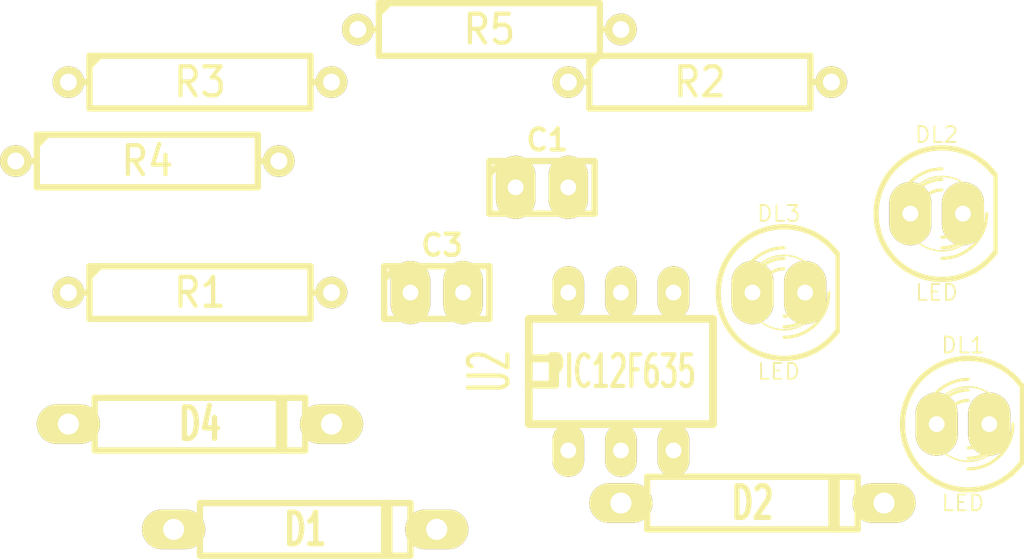
<source format=kicad_pcb>
(kicad_pcb (version 3) (host pcbnew "(2013-07-07 BZR 4022)-stable")

  (general
    (links 10)
    (no_connects 10)
    (area 0 0 0 0)
    (thickness 1.6)
    (drawings 0)
    (tracks 0)
    (zones 0)
    (modules 14)
    (nets 17)
  )

  (page A3)
  (layers
    (15 F.Cu signal)
    (0 B.Cu signal)
    (16 B.Adhes user)
    (17 F.Adhes user)
    (18 B.Paste user)
    (19 F.Paste user)
    (20 B.SilkS user)
    (21 F.SilkS user)
    (22 B.Mask user)
    (23 F.Mask user)
    (24 Dwgs.User user)
    (25 Cmts.User user)
    (26 Eco1.User user)
    (27 Eco2.User user)
    (28 Edge.Cuts user)
  )

  (setup
    (last_trace_width 0.254)
    (trace_clearance 0.254)
    (zone_clearance 0.508)
    (zone_45_only no)
    (trace_min 0.254)
    (segment_width 0.2)
    (edge_width 0.15)
    (via_size 0.889)
    (via_drill 0.635)
    (via_min_size 0.889)
    (via_min_drill 0.508)
    (uvia_size 0.508)
    (uvia_drill 0.127)
    (uvias_allowed no)
    (uvia_min_size 0.508)
    (uvia_min_drill 0.127)
    (pcb_text_width 0.3)
    (pcb_text_size 1.5 1.5)
    (mod_edge_width 0.15)
    (mod_text_size 1.5 1.5)
    (mod_text_width 0.15)
    (pad_size 1.524 1.524)
    (pad_drill 0.762)
    (pad_to_mask_clearance 0.2)
    (aux_axis_origin 0 0)
    (visible_elements FFFFFFBF)
    (pcbplotparams
      (layerselection 3178497)
      (usegerberextensions true)
      (excludeedgelayer true)
      (linewidth 0.100000)
      (plotframeref false)
      (viasonmask false)
      (mode 1)
      (useauxorigin false)
      (hpglpennumber 1)
      (hpglpenspeed 20)
      (hpglpendiameter 15)
      (hpglpenoverlay 2)
      (psnegative false)
      (psa4output false)
      (plotreference true)
      (plotvalue true)
      (plotothertext true)
      (plotinvisibletext false)
      (padsonsilk false)
      (subtractmaskfromsilk false)
      (outputformat 1)
      (mirror false)
      (drillshape 1)
      (scaleselection 1)
      (outputdirectory ""))
  )

  (net 0 "")
  (net 1 +12V)
  (net 2 +5V)
  (net 3 /Out)
  (net 4 GND)
  (net 5 ICSPCLK)
  (net 6 N-000001)
  (net 7 N-0000010)
  (net 8 N-0000011)
  (net 9 N-0000012)
  (net 10 N-0000018)
  (net 11 N-0000019)
  (net 12 N-000002)
  (net 13 N-0000023)
  (net 14 N-000007)
  (net 15 N-000009)
  (net 16 VPP/MCLR)

  (net_class Default "This is the default net class."
    (clearance 0.254)
    (trace_width 0.254)
    (via_dia 0.889)
    (via_drill 0.635)
    (uvia_dia 0.508)
    (uvia_drill 0.127)
    (add_net "")
    (add_net +12V)
    (add_net +5V)
    (add_net /Out)
    (add_net GND)
    (add_net ICSPCLK)
    (add_net N-000001)
    (add_net N-0000010)
    (add_net N-0000011)
    (add_net N-0000012)
    (add_net N-0000018)
    (add_net N-0000019)
    (add_net N-000002)
    (add_net N-0000023)
    (add_net N-000007)
    (add_net N-000009)
    (add_net VPP/MCLR)
  )

  (module R5 (layer F.Cu) (tedit 200000) (tstamp 547A0472)
    (at 163.83 106.68)
    (descr "Resistance 5 pas")
    (tags R)
    (path /5479D629)
    (autoplace_cost180 10)
    (fp_text reference R2 (at 0 0) (layer F.SilkS)
      (effects (font (size 1.397 1.27) (thickness 0.2032)))
    )
    (fp_text value 100K (at 0 0) (layer F.SilkS) hide
      (effects (font (size 1.397 1.27) (thickness 0.2032)))
    )
    (fp_line (start -6.35 0) (end -5.334 0) (layer F.SilkS) (width 0.3048))
    (fp_line (start 6.35 0) (end 5.334 0) (layer F.SilkS) (width 0.3048))
    (fp_line (start 5.334 -1.27) (end 5.334 1.27) (layer F.SilkS) (width 0.3048))
    (fp_line (start 5.334 1.27) (end -5.334 1.27) (layer F.SilkS) (width 0.3048))
    (fp_line (start -5.334 1.27) (end -5.334 -1.27) (layer F.SilkS) (width 0.3048))
    (fp_line (start -5.334 -1.27) (end 5.334 -1.27) (layer F.SilkS) (width 0.3048))
    (fp_line (start -5.334 -0.762) (end -4.826 -1.27) (layer F.SilkS) (width 0.3048))
    (pad 1 thru_hole circle (at -6.35 0) (size 1.524 1.524) (drill 0.8128)
      (layers *.Cu *.Mask F.SilkS)
      (net 9 N-0000012)
    )
    (pad 2 thru_hole circle (at 6.35 0) (size 1.524 1.524) (drill 0.8128)
      (layers *.Cu *.Mask F.SilkS)
      (net 4 GND)
    )
    (model discret/resistor.wrl
      (at (xyz 0 0 0))
      (scale (xyz 0.5 0.5 0.5))
      (rotate (xyz 0 0 0))
    )
  )

  (module R5 (layer F.Cu) (tedit 200000) (tstamp 547A047F)
    (at 139.7 116.84)
    (descr "Resistance 5 pas")
    (tags R)
    (path /5479D383)
    (autoplace_cost180 10)
    (fp_text reference R1 (at 0 0) (layer F.SilkS)
      (effects (font (size 1.397 1.27) (thickness 0.2032)))
    )
    (fp_text value 27K (at 0 0) (layer F.SilkS) hide
      (effects (font (size 1.397 1.27) (thickness 0.2032)))
    )
    (fp_line (start -6.35 0) (end -5.334 0) (layer F.SilkS) (width 0.3048))
    (fp_line (start 6.35 0) (end 5.334 0) (layer F.SilkS) (width 0.3048))
    (fp_line (start 5.334 -1.27) (end 5.334 1.27) (layer F.SilkS) (width 0.3048))
    (fp_line (start 5.334 1.27) (end -5.334 1.27) (layer F.SilkS) (width 0.3048))
    (fp_line (start -5.334 1.27) (end -5.334 -1.27) (layer F.SilkS) (width 0.3048))
    (fp_line (start -5.334 -1.27) (end 5.334 -1.27) (layer F.SilkS) (width 0.3048))
    (fp_line (start -5.334 -0.762) (end -4.826 -1.27) (layer F.SilkS) (width 0.3048))
    (pad 1 thru_hole circle (at -6.35 0) (size 1.524 1.524) (drill 0.8128)
      (layers *.Cu *.Mask F.SilkS)
      (net 8 N-0000011)
    )
    (pad 2 thru_hole circle (at 6.35 0) (size 1.524 1.524) (drill 0.8128)
      (layers *.Cu *.Mask F.SilkS)
      (net 9 N-0000012)
    )
    (model discret/resistor.wrl
      (at (xyz 0 0 0))
      (scale (xyz 0.5 0.5 0.5))
      (rotate (xyz 0 0 0))
    )
  )

  (module R5 (layer F.Cu) (tedit 200000) (tstamp 547A048C)
    (at 139.7 106.68)
    (descr "Resistance 5 pas")
    (tags R)
    (path /5399FA94)
    (autoplace_cost180 10)
    (fp_text reference R3 (at 0 0) (layer F.SilkS)
      (effects (font (size 1.397 1.27) (thickness 0.2032)))
    )
    (fp_text value 25K (at 0 0) (layer F.SilkS) hide
      (effects (font (size 1.397 1.27) (thickness 0.2032)))
    )
    (fp_line (start -6.35 0) (end -5.334 0) (layer F.SilkS) (width 0.3048))
    (fp_line (start 6.35 0) (end 5.334 0) (layer F.SilkS) (width 0.3048))
    (fp_line (start 5.334 -1.27) (end 5.334 1.27) (layer F.SilkS) (width 0.3048))
    (fp_line (start 5.334 1.27) (end -5.334 1.27) (layer F.SilkS) (width 0.3048))
    (fp_line (start -5.334 1.27) (end -5.334 -1.27) (layer F.SilkS) (width 0.3048))
    (fp_line (start -5.334 -1.27) (end 5.334 -1.27) (layer F.SilkS) (width 0.3048))
    (fp_line (start -5.334 -0.762) (end -4.826 -1.27) (layer F.SilkS) (width 0.3048))
    (pad 1 thru_hole circle (at -6.35 0) (size 1.524 1.524) (drill 0.8128)
      (layers *.Cu *.Mask F.SilkS)
      (net 2 +5V)
    )
    (pad 2 thru_hole circle (at 6.35 0) (size 1.524 1.524) (drill 0.8128)
      (layers *.Cu *.Mask F.SilkS)
      (net 16 VPP/MCLR)
    )
    (model discret/resistor.wrl
      (at (xyz 0 0 0))
      (scale (xyz 0.5 0.5 0.5))
      (rotate (xyz 0 0 0))
    )
  )

  (module R5 (layer F.Cu) (tedit 200000) (tstamp 547A0499)
    (at 137.16 110.49)
    (descr "Resistance 5 pas")
    (tags R)
    (path /545FA190)
    (autoplace_cost180 10)
    (fp_text reference R4 (at 0 0) (layer F.SilkS)
      (effects (font (size 1.397 1.27) (thickness 0.2032)))
    )
    (fp_text value 470 (at 0 0) (layer F.SilkS) hide
      (effects (font (size 1.397 1.27) (thickness 0.2032)))
    )
    (fp_line (start -6.35 0) (end -5.334 0) (layer F.SilkS) (width 0.3048))
    (fp_line (start 6.35 0) (end 5.334 0) (layer F.SilkS) (width 0.3048))
    (fp_line (start 5.334 -1.27) (end 5.334 1.27) (layer F.SilkS) (width 0.3048))
    (fp_line (start 5.334 1.27) (end -5.334 1.27) (layer F.SilkS) (width 0.3048))
    (fp_line (start -5.334 1.27) (end -5.334 -1.27) (layer F.SilkS) (width 0.3048))
    (fp_line (start -5.334 -1.27) (end 5.334 -1.27) (layer F.SilkS) (width 0.3048))
    (fp_line (start -5.334 -0.762) (end -4.826 -1.27) (layer F.SilkS) (width 0.3048))
    (pad 1 thru_hole circle (at -6.35 0) (size 1.524 1.524) (drill 0.8128)
      (layers *.Cu *.Mask F.SilkS)
      (net 12 N-000002)
    )
    (pad 2 thru_hole circle (at 6.35 0) (size 1.524 1.524) (drill 0.8128)
      (layers *.Cu *.Mask F.SilkS)
      (net 3 /Out)
    )
    (model discret/resistor.wrl
      (at (xyz 0 0 0))
      (scale (xyz 0.5 0.5 0.5))
      (rotate (xyz 0 0 0))
    )
  )

  (module R5 (layer F.Cu) (tedit 200000) (tstamp 547A04A6)
    (at 153.67 104.14)
    (descr "Resistance 5 pas")
    (tags R)
    (path /54797C73)
    (autoplace_cost180 10)
    (fp_text reference R5 (at 0 0) (layer F.SilkS)
      (effects (font (size 1.397 1.27) (thickness 0.2032)))
    )
    (fp_text value 470K (at 0 0) (layer F.SilkS) hide
      (effects (font (size 1.397 1.27) (thickness 0.2032)))
    )
    (fp_line (start -6.35 0) (end -5.334 0) (layer F.SilkS) (width 0.3048))
    (fp_line (start 6.35 0) (end 5.334 0) (layer F.SilkS) (width 0.3048))
    (fp_line (start 5.334 -1.27) (end 5.334 1.27) (layer F.SilkS) (width 0.3048))
    (fp_line (start 5.334 1.27) (end -5.334 1.27) (layer F.SilkS) (width 0.3048))
    (fp_line (start -5.334 1.27) (end -5.334 -1.27) (layer F.SilkS) (width 0.3048))
    (fp_line (start -5.334 -1.27) (end 5.334 -1.27) (layer F.SilkS) (width 0.3048))
    (fp_line (start -5.334 -0.762) (end -4.826 -1.27) (layer F.SilkS) (width 0.3048))
    (pad 1 thru_hole circle (at -6.35 0) (size 1.524 1.524) (drill 0.8128)
      (layers *.Cu *.Mask F.SilkS)
      (net 13 N-0000023)
    )
    (pad 2 thru_hole circle (at 6.35 0) (size 1.524 1.524) (drill 0.8128)
      (layers *.Cu *.Mask F.SilkS)
      (net 10 N-0000018)
    )
    (model discret/resistor.wrl
      (at (xyz 0 0 0))
      (scale (xyz 0.5 0.5 0.5))
      (rotate (xyz 0 0 0))
    )
  )

  (module Ln_DIP-6_300 (layer F.Cu) (tedit 5479F6D3) (tstamp 547A04B7)
    (at 160.02 120.65)
    (descr "6 pins DIL package, round pads")
    (tags DIL)
    (path /53664521)
    (fp_text reference U2 (at -6.35 0 90) (layer F.SilkS)
      (effects (font (size 1.905 1.016) (thickness 0.2032)))
    )
    (fp_text value PIC12F635 (at 0 0) (layer F.SilkS)
      (effects (font (size 1.524 0.889) (thickness 0.2032)))
    )
    (fp_line (start -4.445 -2.54) (end 4.445 -2.54) (layer F.SilkS) (width 0.381))
    (fp_line (start 4.445 -2.54) (end 4.445 2.54) (layer F.SilkS) (width 0.381))
    (fp_line (start 4.445 2.54) (end -4.445 2.54) (layer F.SilkS) (width 0.381))
    (fp_line (start -4.445 2.54) (end -4.445 -2.54) (layer F.SilkS) (width 0.381))
    (fp_line (start -4.445 -0.635) (end -3.175 -0.635) (layer F.SilkS) (width 0.381))
    (fp_line (start -3.175 -0.635) (end -3.175 0.635) (layer F.SilkS) (width 0.381))
    (fp_line (start -3.175 0.635) (end -4.445 0.635) (layer F.SilkS) (width 0.381))
    (pad 1 thru_hole oval (at -2.54 3.81) (size 1.524 2.54) (drill 0.762)
      (layers *.Mask B.Cu F.SilkS)
      (net 2 +5V)
    )
    (pad 2 thru_hole oval (at 0 3.81) (size 1.524 2.54) (drill 0.762)
      (layers *.Mask B.Cu F.SilkS)
      (net 10 N-0000018)
    )
    (pad 3 thru_hole oval (at 2.54 3.81) (size 1.524 2.54) (drill 0.762)
      (layers *.Mask B.Cu F.SilkS)
      (net 3 /Out)
    )
    (pad 4 thru_hole oval (at 2.54 -3.81) (size 1.524 2.54) (drill 0.762)
      (layers *.Mask B.Cu F.SilkS)
      (net 16 VPP/MCLR)
    )
    (pad 5 thru_hole oval (at 0 -3.81) (size 1.524 2.54) (drill 0.762)
      (layers *.Mask B.Cu F.SilkS)
      (net 11 N-0000019)
    )
    (pad 6 thru_hole oval (at -2.54 -3.81) (size 1.524 2.54) (drill 0.762)
      (layers *.Mask B.Cu F.SilkS)
      (net 5 ICSPCLK)
    )
    (model dil/dil_6.wrl
      (at (xyz 0 0 0))
      (scale (xyz 1 1 1))
      (rotate (xyz 0 0 0))
    )
  )

  (module LED-5MM (layer F.Cu) (tedit 5479F8FD) (tstamp 547A04C6)
    (at 167.64 116.84)
    (descr "LED 5mm - Lead pitch 100mil (2,54mm)")
    (tags "LED led 5mm 5MM 100mil 2,54mm")
    (path /54797C66)
    (fp_text reference DL3 (at 0 -3.81) (layer F.SilkS)
      (effects (font (size 0.762 0.762) (thickness 0.0889)))
    )
    (fp_text value LED (at 0 3.81) (layer F.SilkS)
      (effects (font (size 0.762 0.762) (thickness 0.0889)))
    )
    (fp_line (start 2.8448 1.905) (end 2.8448 -1.905) (layer F.SilkS) (width 0.2032))
    (fp_circle (center 0.254 0) (end -1.016 1.27) (layer F.SilkS) (width 0.0762))
    (fp_arc (start 0.254 0) (end 2.794 1.905) (angle 286.2) (layer F.SilkS) (width 0.254))
    (fp_arc (start 0.254 0) (end -0.889 0) (angle 90) (layer F.SilkS) (width 0.1524))
    (fp_arc (start 0.254 0) (end 1.397 0) (angle 90) (layer F.SilkS) (width 0.1524))
    (fp_arc (start 0.254 0) (end -1.397 0) (angle 90) (layer F.SilkS) (width 0.1524))
    (fp_arc (start 0.254 0) (end 1.905 0) (angle 90) (layer F.SilkS) (width 0.1524))
    (fp_arc (start 0.254 0) (end -1.905 0) (angle 90) (layer F.SilkS) (width 0.1524))
    (fp_arc (start 0.254 0) (end 2.413 0) (angle 90) (layer F.SilkS) (width 0.1524))
    (pad 1 thru_hole oval (at -1.27 0) (size 2.032 3.048) (drill 0.762)
      (layers *.Mask B.Cu F.SilkS)
      (net 13 N-0000023)
      (die_length 0.762)
    )
    (pad 2 thru_hole oval (at 1.27 0) (size 2.032 3.048) (drill 0.762)
      (layers *.Mask B.Cu F.SilkS)
      (net 4 GND)
    )
    (model discret/leds/led5_vertical_verde.wrl
      (at (xyz 0 0 0))
      (scale (xyz 1 1 1))
      (rotate (xyz 0 0 0))
    )
  )

  (module LED-5MM (layer F.Cu) (tedit 5479F8FD) (tstamp 547A04D5)
    (at 175.26 113.03)
    (descr "LED 5mm - Lead pitch 100mil (2,54mm)")
    (tags "LED led 5mm 5MM 100mil 2,54mm")
    (path /5479CA5E)
    (fp_text reference DL2 (at 0 -3.81) (layer F.SilkS)
      (effects (font (size 0.762 0.762) (thickness 0.0889)))
    )
    (fp_text value LED (at 0 3.81) (layer F.SilkS)
      (effects (font (size 0.762 0.762) (thickness 0.0889)))
    )
    (fp_line (start 2.8448 1.905) (end 2.8448 -1.905) (layer F.SilkS) (width 0.2032))
    (fp_circle (center 0.254 0) (end -1.016 1.27) (layer F.SilkS) (width 0.0762))
    (fp_arc (start 0.254 0) (end 2.794 1.905) (angle 286.2) (layer F.SilkS) (width 0.254))
    (fp_arc (start 0.254 0) (end -0.889 0) (angle 90) (layer F.SilkS) (width 0.1524))
    (fp_arc (start 0.254 0) (end 1.397 0) (angle 90) (layer F.SilkS) (width 0.1524))
    (fp_arc (start 0.254 0) (end -1.397 0) (angle 90) (layer F.SilkS) (width 0.1524))
    (fp_arc (start 0.254 0) (end 1.905 0) (angle 90) (layer F.SilkS) (width 0.1524))
    (fp_arc (start 0.254 0) (end -1.905 0) (angle 90) (layer F.SilkS) (width 0.1524))
    (fp_arc (start 0.254 0) (end 2.413 0) (angle 90) (layer F.SilkS) (width 0.1524))
    (pad 1 thru_hole oval (at -1.27 0) (size 2.032 3.048) (drill 0.762)
      (layers *.Mask B.Cu F.SilkS)
      (net 12 N-000002)
      (die_length 0.762)
    )
    (pad 2 thru_hole oval (at 1.27 0) (size 2.032 3.048) (drill 0.762)
      (layers *.Mask B.Cu F.SilkS)
      (net 6 N-000001)
    )
    (model discret/leds/led5_vertical_verde.wrl
      (at (xyz 0 0 0))
      (scale (xyz 1 1 1))
      (rotate (xyz 0 0 0))
    )
  )

  (module LED-5MM (layer F.Cu) (tedit 5479F8FD) (tstamp 547A04E4)
    (at 176.53 123.19)
    (descr "LED 5mm - Lead pitch 100mil (2,54mm)")
    (tags "LED led 5mm 5MM 100mil 2,54mm")
    (path /5479CADB)
    (fp_text reference DL1 (at 0 -3.81) (layer F.SilkS)
      (effects (font (size 0.762 0.762) (thickness 0.0889)))
    )
    (fp_text value LED (at 0 3.81) (layer F.SilkS)
      (effects (font (size 0.762 0.762) (thickness 0.0889)))
    )
    (fp_line (start 2.8448 1.905) (end 2.8448 -1.905) (layer F.SilkS) (width 0.2032))
    (fp_circle (center 0.254 0) (end -1.016 1.27) (layer F.SilkS) (width 0.0762))
    (fp_arc (start 0.254 0) (end 2.794 1.905) (angle 286.2) (layer F.SilkS) (width 0.254))
    (fp_arc (start 0.254 0) (end -0.889 0) (angle 90) (layer F.SilkS) (width 0.1524))
    (fp_arc (start 0.254 0) (end 1.397 0) (angle 90) (layer F.SilkS) (width 0.1524))
    (fp_arc (start 0.254 0) (end -1.397 0) (angle 90) (layer F.SilkS) (width 0.1524))
    (fp_arc (start 0.254 0) (end 1.905 0) (angle 90) (layer F.SilkS) (width 0.1524))
    (fp_arc (start 0.254 0) (end -1.905 0) (angle 90) (layer F.SilkS) (width 0.1524))
    (fp_arc (start 0.254 0) (end 2.413 0) (angle 90) (layer F.SilkS) (width 0.1524))
    (pad 1 thru_hole oval (at -1.27 0) (size 2.032 3.048) (drill 0.762)
      (layers *.Mask B.Cu F.SilkS)
      (net 1 +12V)
      (die_length 0.762)
    )
    (pad 2 thru_hole oval (at 1.27 0) (size 2.032 3.048) (drill 0.762)
      (layers *.Mask B.Cu F.SilkS)
      (net 14 N-000007)
    )
    (model discret/leds/led5_vertical_verde.wrl
      (at (xyz 0 0 0))
      (scale (xyz 1 1 1))
      (rotate (xyz 0 0 0))
    )
  )

  (module Diode_500 (layer F.Cu) (tedit 5479FA69) (tstamp 547A04F4)
    (at 139.7 123.19)
    (descr "Diode 5 pas")
    (tags "DIODE DEV")
    (path /5479C883)
    (fp_text reference D4 (at 0 0) (layer F.SilkS)
      (effects (font (size 1.524 1.016) (thickness 0.3048)))
    )
    (fp_text value DIODE (at -0.254 0) (layer F.SilkS) hide
      (effects (font (size 1.524 1.016) (thickness 0.3048)))
    )
    (fp_line (start 6.35 0) (end 5.08 0) (layer F.SilkS) (width 0.3048))
    (fp_line (start 5.08 0) (end 5.08 -1.27) (layer F.SilkS) (width 0.3048))
    (fp_line (start 5.08 -1.27) (end -5.08 -1.27) (layer F.SilkS) (width 0.3048))
    (fp_line (start -5.08 -1.27) (end -5.08 0) (layer F.SilkS) (width 0.3048))
    (fp_line (start -5.08 0) (end -6.35 0) (layer F.SilkS) (width 0.3048))
    (fp_line (start -5.08 0) (end -5.08 1.27) (layer F.SilkS) (width 0.3048))
    (fp_line (start -5.08 1.27) (end 5.08 1.27) (layer F.SilkS) (width 0.3048))
    (fp_line (start 5.08 1.27) (end 5.08 0) (layer F.SilkS) (width 0.3048))
    (fp_line (start 3.81 -1.27) (end 3.81 1.27) (layer F.SilkS) (width 0.3048))
    (fp_line (start 4.064 -1.27) (end 4.064 1.27) (layer F.SilkS) (width 0.3048))
    (pad A thru_hole oval (at -6.35 0 90) (size 1.905 3.048) (drill 1.016)
      (layers *.Mask B.Cu F.SilkS)
    )
    (pad K thru_hole oval (at 6.35 0 90) (size 1.905 3.048) (drill 1.016)
      (layers *.Mask B.Cu F.SilkS)
    )
    (model discret/diode.wrl
      (at (xyz 0 0 0))
      (scale (xyz 0.5 0.5 0.5))
      (rotate (xyz 0 0 0))
    )
  )

  (module Diode_500 (layer F.Cu) (tedit 5479FA69) (tstamp 547A0504)
    (at 166.37 127)
    (descr "Diode 5 pas")
    (tags "DIODE DEV")
    (path /5479CDC8)
    (fp_text reference D2 (at 0 0) (layer F.SilkS)
      (effects (font (size 1.524 1.016) (thickness 0.3048)))
    )
    (fp_text value 1N4148 (at -0.254 0) (layer F.SilkS) hide
      (effects (font (size 1.524 1.016) (thickness 0.3048)))
    )
    (fp_line (start 6.35 0) (end 5.08 0) (layer F.SilkS) (width 0.3048))
    (fp_line (start 5.08 0) (end 5.08 -1.27) (layer F.SilkS) (width 0.3048))
    (fp_line (start 5.08 -1.27) (end -5.08 -1.27) (layer F.SilkS) (width 0.3048))
    (fp_line (start -5.08 -1.27) (end -5.08 0) (layer F.SilkS) (width 0.3048))
    (fp_line (start -5.08 0) (end -6.35 0) (layer F.SilkS) (width 0.3048))
    (fp_line (start -5.08 0) (end -5.08 1.27) (layer F.SilkS) (width 0.3048))
    (fp_line (start -5.08 1.27) (end 5.08 1.27) (layer F.SilkS) (width 0.3048))
    (fp_line (start 5.08 1.27) (end 5.08 0) (layer F.SilkS) (width 0.3048))
    (fp_line (start 3.81 -1.27) (end 3.81 1.27) (layer F.SilkS) (width 0.3048))
    (fp_line (start 4.064 -1.27) (end 4.064 1.27) (layer F.SilkS) (width 0.3048))
    (pad A thru_hole oval (at -6.35 0 90) (size 1.905 3.048) (drill 1.016)
      (layers *.Mask B.Cu F.SilkS)
    )
    (pad K thru_hole oval (at 6.35 0 90) (size 1.905 3.048) (drill 1.016)
      (layers *.Mask B.Cu F.SilkS)
    )
    (model discret/diode.wrl
      (at (xyz 0 0 0))
      (scale (xyz 0.5 0.5 0.5))
      (rotate (xyz 0 0 0))
    )
  )

  (module Diode_500 (layer F.Cu) (tedit 5479FA69) (tstamp 547A0514)
    (at 144.78 128.27)
    (descr "Diode 5 pas")
    (tags "DIODE DEV")
    (path /5479CD9B)
    (fp_text reference D1 (at 0 0) (layer F.SilkS)
      (effects (font (size 1.524 1.016) (thickness 0.3048)))
    )
    (fp_text value 1N4001 (at -0.254 0) (layer F.SilkS) hide
      (effects (font (size 1.524 1.016) (thickness 0.3048)))
    )
    (fp_line (start 6.35 0) (end 5.08 0) (layer F.SilkS) (width 0.3048))
    (fp_line (start 5.08 0) (end 5.08 -1.27) (layer F.SilkS) (width 0.3048))
    (fp_line (start 5.08 -1.27) (end -5.08 -1.27) (layer F.SilkS) (width 0.3048))
    (fp_line (start -5.08 -1.27) (end -5.08 0) (layer F.SilkS) (width 0.3048))
    (fp_line (start -5.08 0) (end -6.35 0) (layer F.SilkS) (width 0.3048))
    (fp_line (start -5.08 0) (end -5.08 1.27) (layer F.SilkS) (width 0.3048))
    (fp_line (start -5.08 1.27) (end 5.08 1.27) (layer F.SilkS) (width 0.3048))
    (fp_line (start 5.08 1.27) (end 5.08 0) (layer F.SilkS) (width 0.3048))
    (fp_line (start 3.81 -1.27) (end 3.81 1.27) (layer F.SilkS) (width 0.3048))
    (fp_line (start 4.064 -1.27) (end 4.064 1.27) (layer F.SilkS) (width 0.3048))
    (pad A thru_hole oval (at -6.35 0 90) (size 1.905 3.048) (drill 1.016)
      (layers *.Mask B.Cu F.SilkS)
    )
    (pad K thru_hole oval (at 6.35 0 90) (size 1.905 3.048) (drill 1.016)
      (layers *.Mask B.Cu F.SilkS)
    )
    (model discret/diode.wrl
      (at (xyz 0 0 0))
      (scale (xyz 0.5 0.5 0.5))
      (rotate (xyz 0 0 0))
    )
  )

  (module Cap_100 (layer F.Cu) (tedit 5479F93C) (tstamp 547A051F)
    (at 151.13 116.84)
    (descr "Ln Cond 1 pas")
    (tags C)
    (path /5479D8A2)
    (fp_text reference C3 (at 0.254 -2.286) (layer F.SilkS)
      (effects (font (size 1.016 1.016) (thickness 0.2032)))
    )
    (fp_text value C (at 0 -2.286) (layer F.SilkS) hide
      (effects (font (size 1.016 1.016) (thickness 0.2032)))
    )
    (fp_line (start -2.4892 -1.27) (end 2.54 -1.27) (layer F.SilkS) (width 0.3048))
    (fp_line (start 2.54 -1.27) (end 2.54 1.27) (layer F.SilkS) (width 0.3048))
    (fp_line (start 2.54 1.27) (end -2.54 1.27) (layer F.SilkS) (width 0.3048))
    (fp_line (start -2.54 1.27) (end -2.54 -1.27) (layer F.SilkS) (width 0.3048))
    (fp_line (start -2.54 -0.635) (end -1.905 -1.27) (layer F.SilkS) (width 0.3048))
    (pad 1 thru_hole oval (at -1.27 0) (size 1.905 3.048) (drill 0.762)
      (layers *.Mask B.Cu F.SilkS)
      (net 15 N-000009)
    )
    (pad 2 thru_hole oval (at 1.27 0) (size 1.905 3.048) (drill 0.762)
      (layers *.Mask B.Cu F.SilkS)
      (net 4 GND)
    )
    (model discret/capa_1_pas.wrl
      (at (xyz 0 0 0))
      (scale (xyz 1 1 1))
      (rotate (xyz 0 0 0))
    )
  )

  (module Cap_100 (layer F.Cu) (tedit 5479F93C) (tstamp 547A052A)
    (at 156.21 111.76)
    (descr "Ln Cond 1 pas")
    (tags C)
    (path /5479D91E)
    (fp_text reference C1 (at 0.254 -2.286) (layer F.SilkS)
      (effects (font (size 1.016 1.016) (thickness 0.2032)))
    )
    (fp_text value C (at 0 -2.286) (layer F.SilkS) hide
      (effects (font (size 1.016 1.016) (thickness 0.2032)))
    )
    (fp_line (start -2.4892 -1.27) (end 2.54 -1.27) (layer F.SilkS) (width 0.3048))
    (fp_line (start 2.54 -1.27) (end 2.54 1.27) (layer F.SilkS) (width 0.3048))
    (fp_line (start 2.54 1.27) (end -2.54 1.27) (layer F.SilkS) (width 0.3048))
    (fp_line (start -2.54 1.27) (end -2.54 -1.27) (layer F.SilkS) (width 0.3048))
    (fp_line (start -2.54 -0.635) (end -1.905 -1.27) (layer F.SilkS) (width 0.3048))
    (pad 1 thru_hole oval (at -1.27 0) (size 1.905 3.048) (drill 0.762)
      (layers *.Mask B.Cu F.SilkS)
      (net 7 N-0000010)
    )
    (pad 2 thru_hole oval (at 1.27 0) (size 1.905 3.048) (drill 0.762)
      (layers *.Mask B.Cu F.SilkS)
      (net 4 GND)
    )
    (model discret/capa_1_pas.wrl
      (at (xyz 0 0 0))
      (scale (xyz 1 1 1))
      (rotate (xyz 0 0 0))
    )
  )

)

</source>
